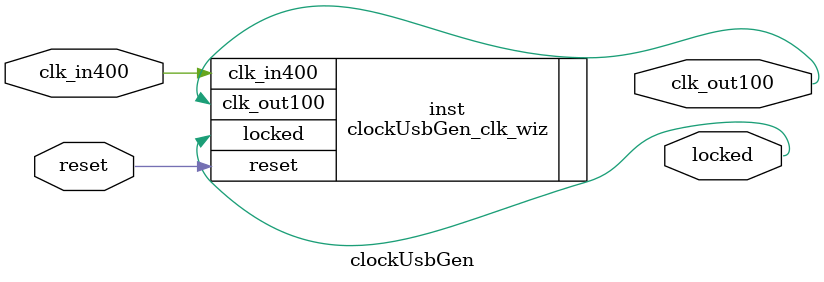
<source format=v>


`timescale 1ps/1ps

(* CORE_GENERATION_INFO = "clockUsbGen,clk_wiz_v5_4_3_0,{component_name=clockUsbGen,use_phase_alignment=true,use_min_o_jitter=false,use_max_i_jitter=false,use_dyn_phase_shift=false,use_inclk_switchover=false,use_dyn_reconfig=false,enable_axi=0,feedback_source=FDBK_AUTO,PRIMITIVE=MMCM,num_out_clk=1,clkin1_period=2.500,clkin2_period=10.0,use_power_down=false,use_reset=true,use_locked=true,use_inclk_stopped=false,feedback_type=SINGLE,CLOCK_MGR_TYPE=NA,manual_override=false}" *)

module clockUsbGen 
 (
  // Clock out ports
  output        clk_out100,
  // Status and control signals
  input         reset,
  output        locked,
 // Clock in ports
  input         clk_in400
 );

  clockUsbGen_clk_wiz inst
  (
  // Clock out ports  
  .clk_out100(clk_out100),
  // Status and control signals               
  .reset(reset), 
  .locked(locked),
 // Clock in ports
  .clk_in400(clk_in400)
  );

endmodule

</source>
